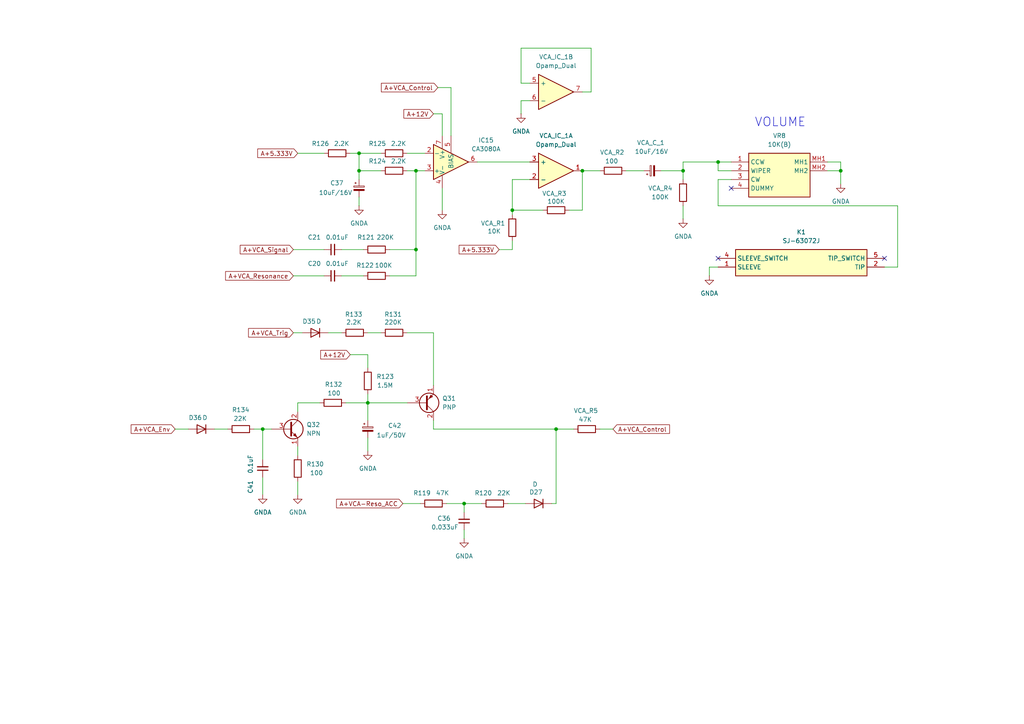
<source format=kicad_sch>
(kicad_sch (version 20231120) (generator "eeschema") (generator_version "8.0")
  (paper "A4")
  (lib_symbols
    (symbol "Amplifier_Operational:CA3080A" (pin_names (offset 0.127))
      (property "Reference" "U" (at 1.27 3.81 0))
      (property "Value" "CA3080A" (at 1.27 -3.81 0))
      (symbol "CA3080A_0_1"
        (polyline (pts (xy 5.08 0) (xy -5.08 -5.08) (xy -5.08 5.08) (xy 5.08 0)) (stroke (width 0.254)) (fill (type background)))
      )
      (symbol "CA3080A_1_1"
        (pin no_connect line (at -2.54 2.54 270) (length 2.54) hide (name "NC") (number "1"))
        (pin input line (at -7.62 2.54 0) (length 2.54) (name "-") (number "2"))
        (pin input line (at -7.62 -2.54 0) (length 2.54) (name "+") (number "3"))
        (pin power_in line (at -2.54 -7.62 90) (length 3.81) (name "V-") (number "4"))
        (pin passive line (at 0 7.62 270) (length 5.08) (name "BIAS") (number "5"))
        (pin output line (at 7.62 0 180) (length 2.54) (name "~") (number "6"))
        (pin power_in line (at -2.54 7.62 270) (length 3.81) (name "V+") (number "7"))
        (pin no_connect line (at 0 2.54 270) (length 2.54) hide (name "NC") (number "8"))
      )
    )
    (symbol "Device:C_Polarized_Small" (pin_numbers hide) (pin_names (offset 0.254) hide)
      (property "Reference" "C" (at 0.254 1.778 0))
      (property "Value" "C_Polarized_Small" (at 0.254 -2.032 0))
      (symbol "C_Polarized_Small_0_1"
        (rectangle (start -1.524 -0.3048) (end 1.524 -0.6858) (fill (type outline)))
        (rectangle (start -1.524 0.6858) (end 1.524 0.3048))
        (polyline (pts (xy -1.27 1.524) (xy -0.762 1.524)))
        (polyline (pts (xy -1.016 1.27) (xy -1.016 1.778)))
      )
      (symbol "C_Polarized_Small_1_1"
        (pin passive line (at 0 2.54 270) (length 1.8542) (name "~") (number "1"))
        (pin passive line (at 0 -2.54 90) (length 1.8542) (name "~") (number "2"))
      )
    )
    (symbol "Device:C_Small" (pin_numbers hide) (pin_names (offset 0.254) hide)
      (property "Reference" "C" (at 0.254 1.778 0))
      (property "Value" "C_Small" (at 0.254 -2.032 0))
      (symbol "C_Small_0_1"
        (polyline (pts (xy -1.524 -0.508) (xy 1.524 -0.508)) (stroke (width 0.3302)))
        (polyline (pts (xy -1.524 0.508) (xy 1.524 0.508)) (stroke (width 0.3048)))
      )
      (symbol "C_Small_1_1"
        (pin passive line (at 0 2.54 270) (length 2.032) (name "~") (number "1"))
        (pin passive line (at 0 -2.54 90) (length 2.032) (name "~") (number "2"))
      )
    )
    (symbol "Device:D" (pin_numbers hide) (pin_names (offset 1.016) hide)
      (property "Reference" "D" (at 0 2.54 0))
      (property "Value" "D" (at 0 -2.54 0))
      (symbol "D_0_1"
        (polyline (pts (xy -1.27 1.27) (xy -1.27 -1.27)) (stroke (width 0.254)))
        (polyline (pts (xy 1.27 0) (xy -1.27 0)))
        (polyline (pts (xy 1.27 1.27) (xy 1.27 -1.27) (xy -1.27 0) (xy 1.27 1.27)) (stroke (width 0.254)))
      )
      (symbol "D_1_1"
        (pin passive line (at -3.81 0 0) (length 2.54) (name "K") (number "1"))
        (pin passive line (at 3.81 0 180) (length 2.54) (name "A") (number "2"))
      )
    )
    (symbol "Device:Opamp_Dual"
      (property "Reference" "U" (at 0 5.08 0))
      (property "Value" "Opamp_Dual" (at 0 -5.08 0))
      (symbol "Opamp_Dual_1_1"
        (polyline (pts (xy -5.08 5.08) (xy 5.08 0) (xy -5.08 -5.08) (xy -5.08 5.08)) (stroke (width 0.254)) (fill (type background)))
        (pin output line (at 7.62 0 180) (length 2.54) (name "~") (number "1"))
        (pin input line (at -7.62 -2.54 0) (length 2.54) (name "-") (number "2"))
        (pin input line (at -7.62 2.54 0) (length 2.54) (name "+") (number "3"))
      )
      (symbol "Opamp_Dual_2_1"
        (polyline (pts (xy -5.08 5.08) (xy 5.08 0) (xy -5.08 -5.08) (xy -5.08 5.08)) (stroke (width 0.254)) (fill (type background)))
        (pin input line (at -7.62 2.54 0) (length 2.54) (name "+") (number "5"))
        (pin input line (at -7.62 -2.54 0) (length 2.54) (name "-") (number "6"))
        (pin output line (at 7.62 0 180) (length 2.54) (name "~") (number "7"))
      )
      (symbol "Opamp_Dual_3_1"
        (pin power_in line (at -2.54 -7.62 90) (length 3.81) (name "V-") (number "4"))
        (pin power_in line (at -2.54 7.62 270) (length 3.81) (name "V+") (number "8"))
      )
    )
    (symbol "Device:Q_NPN_ECB" (pin_names (offset 0) hide)
      (property "Reference" "Q" (at 5.08 1.27 0))
      (property "Value" "Q_NPN_ECB" (at 5.08 -1.27 0))
      (symbol "Q_NPN_ECB_0_1"
        (polyline (pts (xy 0.635 0.635) (xy 2.54 2.54)))
        (polyline (pts (xy 0.635 -0.635) (xy 2.54 -2.54) (xy 2.54 -2.54)))
        (polyline (pts (xy 0.635 1.905) (xy 0.635 -1.905) (xy 0.635 -1.905)) (stroke (width 0.508)))
        (polyline (pts (xy 1.27 -1.778) (xy 1.778 -1.27) (xy 2.286 -2.286) (xy 1.27 -1.778) (xy 1.27 -1.778)) (fill (type outline)))
        (circle (center 1.27 0) (radius 2.8194) (stroke (width 0.254)))
      )
      (symbol "Q_NPN_ECB_1_1"
        (pin passive line (at 2.54 -5.08 90) (length 2.54) (name "E") (number "1"))
        (pin passive line (at 2.54 5.08 270) (length 2.54) (name "C") (number "2"))
        (pin passive line (at -5.08 0 0) (length 5.715) (name "B") (number "3"))
      )
    )
    (symbol "Device:Q_PNP_ECB" (pin_names (offset 0) hide)
      (property "Reference" "Q" (at 5.08 1.27 0))
      (property "Value" "Q_PNP_ECB" (at 5.08 -1.27 0))
      (symbol "Q_PNP_ECB_0_1"
        (polyline (pts (xy 0.635 0.635) (xy 2.54 2.54)))
        (polyline (pts (xy 0.635 -0.635) (xy 2.54 -2.54) (xy 2.54 -2.54)))
        (polyline (pts (xy 0.635 1.905) (xy 0.635 -1.905) (xy 0.635 -1.905)) (stroke (width 0.508)))
        (polyline (pts (xy 2.286 -1.778) (xy 1.778 -2.286) (xy 1.27 -1.27) (xy 2.286 -1.778) (xy 2.286 -1.778)) (fill (type outline)))
        (circle (center 1.27 0) (radius 2.8194) (stroke (width 0.254)))
      )
      (symbol "Q_PNP_ECB_1_1"
        (pin passive line (at 2.54 -5.08 90) (length 2.54) (name "E") (number "1"))
        (pin passive line (at 2.54 5.08 270) (length 2.54) (name "C") (number "2"))
        (pin input line (at -5.08 0 0) (length 5.715) (name "B") (number "3"))
      )
    )
    (symbol "Device:R" (pin_numbers hide) (pin_names (offset 0))
      (property "Reference" "R" (at 2.032 0 90))
      (property "Value" "R" (at 0 0 90))
      (symbol "R_0_1"
        (rectangle (start -1.016 -2.54) (end 1.016 2.54) (stroke (width 0.254)))
      )
      (symbol "R_1_1"
        (pin passive line (at 0 3.81 270) (length 1.27) (name "~") (number "1"))
        (pin passive line (at 0 -3.81 90) (length 1.27) (name "~") (number "2"))
      )
    )
    (symbol "SamacSys_Parts:PTV111-3420A-A103"
      (property "Reference" "VR" (at 24.13 7.62 0))
      (property "Value" "PTV111-3420A-A103" (at 24.13 5.08 0))
      (symbol "PTV111-3420A-A103_1_1"
        (rectangle (start 5.08 2.54) (end 22.86 -10.16) (stroke (width 0.254)) (fill (type background)))
        (pin passive line (at 0 0 0) (length 5.08) (name "CCW") (number "1"))
        (pin passive line (at 0 -2.54 0) (length 5.08) (name "WIPER") (number "2"))
        (pin passive line (at 0 -5.08 0) (length 5.08) (name "CW") (number "3"))
        (pin passive line (at 0 -7.62 0) (length 5.08) (name "DUMMY") (number "4"))
        (pin passive line (at 27.94 0 180) (length 5.08) (name "MH1") (number "MH1"))
        (pin passive line (at 27.94 -2.54 180) (length 5.08) (name "MH2") (number "MH2"))
      )
    )
    (symbol "SamacSys_Parts:SJ-63072J"
      (property "Reference" "K" (at 44.45 7.62 0))
      (property "Value" "SJ-63072J" (at 44.45 5.08 0))
      (symbol "SJ-63072J_1_1"
        (rectangle (start 5.08 2.54) (end 43.18 -5.08) (stroke (width 0.254)) (fill (type background)))
        (pin passive line (at 0 -2.54 0) (length 5.08) (name "SLEEVE") (number "1"))
        (pin passive line (at 48.26 -2.54 180) (length 5.08) (name "TIP") (number "2"))
        (pin passive line (at 0 0 0) (length 5.08) (name "SLEEVE_SWITCH") (number "4"))
        (pin passive line (at 48.26 0 180) (length 5.08) (name "TIP_SWITCH") (number "5"))
      )
    )
    (symbol "power:GNDA" (power) (pin_numbers hide) (pin_names (offset 0) hide)
      (property "Value" "GNDA" (at 0 -3.81 0))
      (symbol "GNDA_0_1"
        (polyline (pts (xy 0 0) (xy 0 -1.27) (xy 1.27 -1.27) (xy 0 -2.54) (xy -1.27 -1.27) (xy 0 -1.27)))
      )
      (symbol "GNDA_1_1"
        (pin power_in line (at 0 0 270) (length 0) (name "~") (number "1"))
      )
    )
  )
  (junction (at 104.14 49.53))
  (junction (at 198.12 49.53))
  (junction (at 161.29 124.46))
  (junction (at 120.65 72.39))
  (junction (at 106.68 116.84))
  (junction (at 104.14 44.45))
  (junction (at 168.91 49.53))
  (junction (at 243.84 49.53))
  (junction (at 148.59 60.96))
  (junction (at 208.28 46.99))
  (junction (at 76.2 124.46))
  (junction (at 120.65 49.53))
  (junction (at 134.62 146.05))
  (no_connect (at 208.28 74.93))
  (no_connect (at 256.54 74.93))
  (no_connect (at 212.09 54.61))
  (wire (pts (xy 99.06 80.01) (xy 105.41 80.01)))
  (wire (pts (xy 106.68 96.52) (xy 110.49 96.52)))
  (wire (pts (xy 168.91 49.53) (xy 168.91 60.96)))
  (wire (pts (xy 106.68 102.87) (xy 106.68 106.68)))
  (wire (pts (xy 106.68 116.84) (xy 106.68 114.3)))
  (wire (pts (xy 118.11 116.84) (xy 106.68 116.84)))
  (wire (pts (xy 86.36 139.7) (xy 86.36 143.51)))
  (wire (pts (xy 161.29 124.46) (xy 161.29 146.05)))
  (wire (pts (xy 208.28 49.53) (xy 208.28 46.99)))
  (wire (pts (xy 144.78 72.39) (xy 148.59 72.39)))
  (wire (pts (xy 151.13 24.13) (xy 151.13 13.97)))
  (wire (pts (xy 104.14 44.45) (xy 110.49 44.45)))
  (wire (pts (xy 128.27 54.61) (xy 128.27 60.96)))
  (wire (pts (xy 76.2 124.46) (xy 78.74 124.46)))
  (wire (pts (xy 120.65 80.01) (xy 120.65 72.39)))
  (wire (pts (xy 86.36 129.54) (xy 86.36 132.08)))
  (wire (pts (xy 134.62 146.05) (xy 134.62 148.59)))
  (wire (pts (xy 153.67 29.21) (xy 151.13 29.21)))
  (wire (pts (xy 198.12 46.99) (xy 198.12 49.53)))
  (wire (pts (xy 85.09 80.01) (xy 93.98 80.01)))
  (wire (pts (xy 191.77 49.53) (xy 198.12 49.53)))
  (wire (pts (xy 101.6 102.87) (xy 106.68 102.87)))
  (wire (pts (xy 120.65 49.53) (xy 123.19 49.53)))
  (wire (pts (xy 208.28 77.47) (xy 205.74 77.47)))
  (wire (pts (xy 168.91 60.96) (xy 165.1 60.96)))
  (wire (pts (xy 151.13 13.97) (xy 171.45 13.97)))
  (wire (pts (xy 104.14 57.15) (xy 104.14 59.69)))
  (wire (pts (xy 128.27 33.02) (xy 128.27 39.37)))
  (wire (pts (xy 240.03 49.53) (xy 243.84 49.53)))
  (wire (pts (xy 198.12 49.53) (xy 198.12 52.07)))
  (wire (pts (xy 256.54 77.47) (xy 260.35 77.47)))
  (wire (pts (xy 260.35 77.47) (xy 260.35 59.69)))
  (wire (pts (xy 101.6 44.45) (xy 104.14 44.45)))
  (wire (pts (xy 173.99 124.46) (xy 177.8 124.46)))
  (wire (pts (xy 134.62 146.05) (xy 139.7 146.05)))
  (wire (pts (xy 212.09 46.99) (xy 208.28 46.99)))
  (wire (pts (xy 106.68 127) (xy 106.68 130.81)))
  (wire (pts (xy 125.73 121.92) (xy 125.73 124.46)))
  (wire (pts (xy 95.25 96.52) (xy 99.06 96.52)))
  (wire (pts (xy 208.28 46.99) (xy 198.12 46.99)))
  (wire (pts (xy 243.84 49.53) (xy 243.84 53.34)))
  (wire (pts (xy 125.73 124.46) (xy 161.29 124.46)))
  (wire (pts (xy 100.33 116.84) (xy 106.68 116.84)))
  (wire (pts (xy 157.48 60.96) (xy 148.59 60.96)))
  (wire (pts (xy 171.45 13.97) (xy 171.45 26.67)))
  (wire (pts (xy 92.71 116.84) (xy 86.36 116.84)))
  (wire (pts (xy 50.8 124.46) (xy 54.61 124.46)))
  (wire (pts (xy 240.03 46.99) (xy 243.84 46.99)))
  (wire (pts (xy 129.54 146.05) (xy 134.62 146.05)))
  (wire (pts (xy 125.73 33.02) (xy 128.27 33.02)))
  (wire (pts (xy 171.45 26.67) (xy 168.91 26.67)))
  (wire (pts (xy 208.28 52.07) (xy 212.09 52.07)))
  (wire (pts (xy 212.09 49.53) (xy 208.28 49.53)))
  (wire (pts (xy 76.2 138.43) (xy 76.2 143.51)))
  (wire (pts (xy 148.59 52.07) (xy 153.67 52.07)))
  (wire (pts (xy 116.84 146.05) (xy 121.92 146.05)))
  (wire (pts (xy 85.09 72.39) (xy 93.98 72.39)))
  (wire (pts (xy 205.74 77.47) (xy 205.74 80.01)))
  (wire (pts (xy 85.09 96.52) (xy 87.63 96.52)))
  (wire (pts (xy 243.84 46.99) (xy 243.84 49.53)))
  (wire (pts (xy 118.11 49.53) (xy 120.65 49.53)))
  (wire (pts (xy 118.11 96.52) (xy 125.73 96.52)))
  (wire (pts (xy 104.14 49.53) (xy 104.14 44.45)))
  (wire (pts (xy 134.62 153.67) (xy 134.62 156.21)))
  (wire (pts (xy 113.03 80.01) (xy 120.65 80.01)))
  (wire (pts (xy 147.32 146.05) (xy 152.4 146.05)))
  (wire (pts (xy 104.14 49.53) (xy 104.14 52.07)))
  (wire (pts (xy 110.49 49.53) (xy 104.14 49.53)))
  (wire (pts (xy 260.35 59.69) (xy 208.28 59.69)))
  (wire (pts (xy 153.67 24.13) (xy 151.13 24.13)))
  (wire (pts (xy 138.43 46.99) (xy 153.67 46.99)))
  (wire (pts (xy 181.61 49.53) (xy 186.69 49.53)))
  (wire (pts (xy 113.03 72.39) (xy 120.65 72.39)))
  (wire (pts (xy 73.66 124.46) (xy 76.2 124.46)))
  (wire (pts (xy 160.02 146.05) (xy 161.29 146.05)))
  (wire (pts (xy 76.2 133.35) (xy 76.2 124.46)))
  (wire (pts (xy 106.68 116.84) (xy 106.68 121.92)))
  (wire (pts (xy 148.59 60.96) (xy 148.59 52.07)))
  (wire (pts (xy 168.91 49.53) (xy 173.99 49.53)))
  (wire (pts (xy 86.36 116.84) (xy 86.36 119.38)))
  (wire (pts (xy 130.81 25.4) (xy 130.81 39.37)))
  (wire (pts (xy 120.65 72.39) (xy 120.65 49.53)))
  (wire (pts (xy 127 25.4) (xy 130.81 25.4)))
  (wire (pts (xy 208.28 59.69) (xy 208.28 52.07)))
  (wire (pts (xy 198.12 59.69) (xy 198.12 63.5)))
  (wire (pts (xy 99.06 72.39) (xy 105.41 72.39)))
  (wire (pts (xy 148.59 60.96) (xy 148.59 62.23)))
  (wire (pts (xy 151.13 29.21) (xy 151.13 33.02)))
  (wire (pts (xy 125.73 96.52) (xy 125.73 111.76)))
  (wire (pts (xy 118.11 44.45) (xy 123.19 44.45)))
  (wire (pts (xy 161.29 124.46) (xy 166.37 124.46)))
  (wire (pts (xy 148.59 72.39) (xy 148.59 69.85)))
  (wire (pts (xy 62.23 124.46) (xy 66.04 124.46)))
  (wire (pts (xy 86.36 44.45) (xy 93.98 44.45)))
  (text "VOLUME" (at 226.314 35.56 0) (effects (font (size 2.54 2.54))))
  (global_label "A+VCA_Control" (shape input) (at 127 25.4 180) (property "Intersheetrefs" "${INTERSHEET_REFS}" (effects (hide yes))))
  (global_label "A+5.333V" (shape input) (at 86.36 44.45 180) (property "Intersheetrefs" "${INTERSHEET_REFS}" (effects (hide yes))))
  (global_label "A+VCA_Signal" (shape input) (at 85.09 72.39 180) (property "Intersheetrefs" "${INTERSHEET_REFS}" (effects (hide yes))))
  (global_label "A+VCA-Reso_ACC" (shape input) (at 116.84 146.05 180) (property "Intersheetrefs" "${INTERSHEET_REFS}" (effects (hide yes))))
  (global_label "A+VCA_Env" (shape input) (at 50.8 124.46 180) (property "Intersheetrefs" "${INTERSHEET_REFS}" (effects (hide yes))))
  (global_label "A+VCA_Resonance" (shape input) (at 85.09 80.01 180) (property "Intersheetrefs" "${INTERSHEET_REFS}" (effects (hide yes))))
  (global_label "A+12V" (shape input) (at 101.6 102.87 180) (property "Intersheetrefs" "${INTERSHEET_REFS}" (effects (hide yes))))
  (global_label "A+12V" (shape input) (at 125.73 33.02 180) (property "Intersheetrefs" "${INTERSHEET_REFS}" (effects (hide yes))))
  (global_label "A+VCA_Control" (shape input) (at 177.8 124.46 0) (property "Intersheetrefs" "${INTERSHEET_REFS}" (effects (hide yes))))
  (global_label "A+5.333V" (shape input) (at 144.78 72.39 180) (property "Intersheetrefs" "${INTERSHEET_REFS}" (effects (hide yes))))
  (global_label "A+VCA_Trig" (shape input) (at 85.09 96.52 180) (property "Intersheetrefs" "${INTERSHEET_REFS}" (effects (hide yes))))
  (symbol (lib_id "power:GNDA") (at 106.68 130.81 0) (unit 1)
    (property "Reference" "#PWR045" (effects (hide yes)))
    (property "Value" "GNDA" (at 106.68 135.89 0))
    (property "Description" "Power symbol creates a global label with name \"GNDA\" , analog ground" (effects (hide yes)))
  )
  (symbol (lib_id "Device:R") (at 109.22 72.39 270) (unit 1)
    (property "Reference" "R121" (at 108.712 68.834 90) (effects (justify right)))
    (property "Value" "220K" (at 114.3 68.834 90) (effects (justify right)))
    (property "Footprint" "Resistor_THT:R_Axial_DIN0207_L6.3mm_D2.5mm_P2.54mm_Vertical" (effects (hide yes)))
    (property "Description" "Resistor" (effects (hide yes)))
  )
  (symbol (lib_id "power:GNDA") (at 76.2 143.51 0) (unit 1)
    (property "Reference" "#PWR047" (effects (hide yes)))
    (property "Value" "GNDA" (at 76.2 148.59 0))
    (property "Description" "Power symbol creates a global label with name \"GNDA\" , analog ground" (effects (hide yes)))
  )
  (symbol (lib_id "Amplifier_Operational:CA3080A") (at 130.81 46.99 0) (unit 1)
    (property "Reference" "IC15" (at 140.97 40.6714 0))
    (property "Value" "CA3080A" (at 140.97 43.2114 0))
    (property "Footprint" "Package_DIP:DIP-8_W7.62mm" (effects (hide yes)))
    (property "Datasheet" "http://www.intersil.com/content/dam/Intersil/documents/ca30/ca3080-a.pdf" (effects (hide yes)))
    (property "Description" "2MHz, Operational Transconductance Amplifier (OTA), gM spread 1.6:1, DIP-8/SOIC-8" (effects (hide yes)))
  )
  (symbol (lib_id "Device:C_Polarized_Small") (at 106.68 124.46 0) (unit 1)
    (property "Reference" "C42" (at 112.522 123.444 0) (effects (justify left)))
    (property "Value" "1uF/50V" (at 109.22 126.238 0) (effects (justify left)))
    (property "Footprint" "Capacitor_THT:CP_Radial_D6.3mm_P2.50mm" (effects (hide yes)))
    (property "Description" "Polarized capacitor, small symbol" (effects (hide yes)))
  )
  (symbol (lib_id "Device:R") (at 109.22 80.01 270) (unit 1)
    (property "Reference" "R122" (at 108.458 76.962 90) (effects (justify right)))
    (property "Value" "100K" (at 113.792 76.962 90) (effects (justify right)))
    (property "Footprint" "Resistor_THT:R_Axial_DIN0207_L6.3mm_D2.5mm_P2.54mm_Vertical" (effects (hide yes)))
    (property "Description" "Resistor" (effects (hide yes)))
  )
  (symbol (lib_id "Device:R") (at 114.3 96.52 270) (unit 1)
    (property "Reference" "R131" (at 116.586 91.186 90) (effects (justify right)))
    (property "Value" "220K" (at 116.586 93.472 90) (effects (justify right)))
    (property "Footprint" "Resistor_THT:R_Axial_DIN0207_L6.3mm_D2.5mm_P2.54mm_Vertical" (effects (hide yes)))
    (property "Description" "Resistor" (effects (hide yes)))
  )
  (symbol (lib_id "SamacSys_Parts:PTV111-3420A-A103") (at 212.09 46.99 0) (unit 1)
    (property "Reference" "VR8" (at 226.06 39.37 0))
    (property "Value" "10K(B)" (at 226.06 41.91 0))
    (property "Footprint" "SamacSys_Parts:PTV1113420AA103" (effects (hide yes)))
    (property "Datasheet" "https://www.bourns.com/docs/Product-Datasheets/PTVPTT.pdf" (effects (hide yes)))
    (property "Description" "Potentiometers PANEL CONTROL" (effects (hide yes)))
    (property "Height" "27.5" (effects (hide yes)))
    (property "Manufacturer_Name" "Bourns" (effects (hide yes)))
    (property "Manufacturer_Part_Number" "PTV111-3420A-A103" (effects (hide yes)))
    (property "Mouser Part Number" "652-PTV1113420AA103" (effects (hide yes)))
    (property "Mouser Price/Stock" "https://www.mouser.co.uk/ProductDetail/Bourns/PTV111-3420A-A103?qs=Zq5ylnUbLm6%252B83XsyS3Q%252Bw%3D%3D" (effects (hide yes)))
    (property "Arrow Part Number" "PTV111-3420A-A103" (effects (hide yes)))
    (property "Arrow Price/Stock" "https://www.arrow.com/en/products/ptv111-3420a-a103/bourns?region=nac" (effects (hide yes)))
  )
  (symbol (lib_id "Device:R") (at 96.52 116.84 270) (unit 1)
    (property "Reference" "R132" (at 99.314 111.506 90) (effects (justify right)))
    (property "Value" "100" (at 98.806 114.046 90) (effects (justify right)))
    (property "Footprint" "Resistor_THT:R_Axial_DIN0207_L6.3mm_D2.5mm_P2.54mm_Vertical" (effects (hide yes)))
    (property "Description" "Resistor" (effects (hide yes)))
  )
  (symbol (lib_id "power:GNDA") (at 104.14 59.69 0) (unit 1)
    (property "Reference" "#PWR040" (effects (hide yes)))
    (property "Value" "GNDA" (at 104.14 64.77 0))
    (property "Description" "Power symbol creates a global label with name \"GNDA\" , analog ground" (effects (hide yes)))
  )
  (symbol (lib_id "Device:R") (at 69.85 124.46 270) (unit 1)
    (property "Reference" "R134" (at 72.39 118.872 90) (effects (justify right)))
    (property "Value" "22K" (at 71.628 121.412 90) (effects (justify right)))
    (property "Footprint" "Resistor_THT:R_Axial_DIN0207_L6.3mm_D2.5mm_P2.54mm_Vertical" (effects (hide yes)))
    (property "Description" "Resistor" (effects (hide yes)))
  )
  (symbol (lib_id "Device:Q_PNP_ECB") (at 123.19 116.84 0) (mirror x) (unit 1)
    (property "Reference" "Q31" (at 128.27 115.5699 0) (effects (justify left)))
    (property "Value" "PNP" (at 128.27 118.1099 0) (effects (justify left)))
    (property "Footprint" "Package_TO_SOT_THT:TO-92_Inline" (effects (hide yes)))
    (property "Description" "PNP transistor, emitter/collector/base" (effects (hide yes)))
  )
  (symbol (lib_id "Device:R") (at 86.36 135.89 0) (unit 1)
    (property "Reference" "R130" (at 93.98 134.62 0) (effects (justify right)))
    (property "Value" "100" (at 93.726 137.16 0) (effects (justify right)))
    (property "Footprint" "Resistor_THT:R_Axial_DIN0207_L6.3mm_D2.5mm_P2.54mm_Vertical" (effects (hide yes)))
    (property "Description" "Resistor" (effects (hide yes)))
  )
  (symbol (lib_id "Device:C_Polarized_Small") (at 104.14 54.61 0) (unit 1)
    (property "Reference" "C37" (at 95.758 53.086 0) (effects (justify left)))
    (property "Value" "10uF/16V" (at 92.456 55.88 0) (effects (justify left)))
    (property "Footprint" "Capacitor_THT:CP_Radial_D6.3mm_P2.50mm" (effects (hide yes)))
    (property "Description" "Polarized capacitor, small symbol" (effects (hide yes)))
  )
  (symbol (lib_id "Device:R") (at 114.3 44.45 270) (unit 1)
    (property "Reference" "R125" (at 112.014 41.656 90) (effects (justify right)))
    (property "Value" "2.2K" (at 117.856 41.656 90) (effects (justify right)))
    (property "Footprint" "Resistor_THT:R_Axial_DIN0207_L6.3mm_D2.5mm_P2.54mm_Vertical" (effects (hide yes)))
    (property "Description" "Resistor" (effects (hide yes)))
  )
  (symbol (lib_id "Device:D") (at 156.21 146.05 180) (unit 1)
    (property "Reference" "D27" (at 155.448 142.748 0))
    (property "Value" "D" (at 155.194 140.462 0))
    (property "Footprint" "Diode_THT:D_DO-15_P10.16mm_Horizontal" (effects (hide yes)))
    (property "Description" "Diode" (effects (hide yes)))
    (property "Sim.Device" "D" (effects (hide yes)))
    (property "Sim.Pins" "1=K 2=A" (effects (hide yes)))
  )
  (symbol (lib_id "Device:R") (at 102.87 96.52 270) (unit 1)
    (property "Reference" "R133" (at 105.156 91.186 90) (effects (justify right)))
    (property "Value" "2.2K" (at 104.902 93.472 90) (effects (justify right)))
    (property "Footprint" "Resistor_THT:R_Axial_DIN0207_L6.3mm_D2.5mm_P2.54mm_Vertical" (effects (hide yes)))
    (property "Description" "Resistor" (effects (hide yes)))
  )
  (symbol (lib_id "Device:Opamp_Dual") (at 161.29 26.67 0) (unit 2)
    (property "Reference" "VCA_IC_1" (at 161.29 16.51 0))
    (property "Value" "Opamp_Dual" (at 161.29 19.05 0))
    (property "Description" "Dual operational amplifier" (effects (hide yes)))
    (property "Sim.Library" "${KICAD7_SYMBOL_DIR}/Simulation_SPICE.sp" (effects (hide yes)))
    (property "Sim.Name" "kicad_builtin_opamp_dual" (effects (hide yes)))
    (property "Sim.Device" "SUBCKT" (effects (hide yes)))
    (property "Sim.Pins" "1=out1 2=in1- 3=in1+ 4=vee 5=in2+ 6=in2- 7=out2 8=vcc" (effects (hide yes)))
  )
  (symbol (lib_id "Device:R") (at 148.59 66.04 0) (unit 1)
    (property "Reference" "VCA_R1" (at 146.558 64.77 0) (effects (justify right)))
    (property "Value" "10K" (at 145.288 67.056 0) (effects (justify right)))
    (property "Footprint" "Resistor_THT:R_Axial_DIN0207_L6.3mm_D2.5mm_P2.54mm_Vertical" (effects (hide yes)))
    (property "Description" "Resistor" (effects (hide yes)))
  )
  (symbol (lib_id "Device:C_Small") (at 134.62 151.13 180) (unit 1)
    (property "Reference" "C36" (at 128.778 150.368 0))
    (property "Value" "0.033uF" (at 129.032 152.908 0))
    (property "Footprint" "Capacitor_THT:C_Rect_L7.2mm_W2.5mm_P5.00mm_FKS2_FKP2_MKS2_MKP2" (effects (hide yes)))
    (property "Description" "Unpolarized capacitor, small symbol" (effects (hide yes)))
  )
  (symbol (lib_id "power:GNDA") (at 128.27 60.96 0) (unit 1)
    (property "Reference" "#PWR041" (effects (hide yes)))
    (property "Value" "GNDA" (at 128.27 66.04 0))
    (property "Description" "Power symbol creates a global label with name \"GNDA\" , analog ground" (effects (hide yes)))
  )
  (symbol (lib_id "Device:Opamp_Dual") (at 161.29 49.53 0) (unit 1)
    (property "Reference" "VCA_IC_1" (at 161.29 39.37 0))
    (property "Value" "Opamp_Dual" (at 161.29 41.91 0))
    (property "Description" "Dual operational amplifier" (effects (hide yes)))
    (property "Sim.Library" "${KICAD7_SYMBOL_DIR}/Simulation_SPICE.sp" (effects (hide yes)))
    (property "Sim.Name" "kicad_builtin_opamp_dual" (effects (hide yes)))
    (property "Sim.Device" "SUBCKT" (effects (hide yes)))
    (property "Sim.Pins" "1=out1 2=in1- 3=in1+ 4=vee 5=in2+ 6=in2- 7=out2 8=vcc" (effects (hide yes)))
  )
  (symbol (lib_id "power:GNDA") (at 151.13 33.02 0) (unit 1)
    (property "Reference" "#PWR043" (effects (hide yes)))
    (property "Value" "GNDA" (at 151.13 38.1 0))
    (property "Description" "Power symbol creates a global label with name \"GNDA\" , analog ground" (effects (hide yes)))
  )
  (symbol (lib_id "Device:R") (at 125.73 146.05 270) (unit 1)
    (property "Reference" "R119" (at 124.968 143.002 90) (effects (justify right)))
    (property "Value" "47K" (at 130.302 143.002 90) (effects (justify right)))
    (property "Footprint" "Resistor_THT:R_Axial_DIN0207_L6.3mm_D2.5mm_P2.54mm_Vertical" (effects (hide yes)))
    (property "Description" "Resistor" (effects (hide yes)))
  )
  (symbol (lib_id "Device:C_Small") (at 76.2 135.89 180) (unit 1)
    (property "Reference" "C41" (at 72.644 141.2303 90))
    (property "Value" "0.1uF" (at 72.644 134.62 90))
    (property "Footprint" "Capacitor_THT:C_Rect_L7.2mm_W2.5mm_P5.00mm_FKS2_FKP2_MKS2_MKP2" (effects (hide yes)))
    (property "Description" "Unpolarized capacitor, small symbol" (effects (hide yes)))
  )
  (symbol (lib_id "Device:C_Polarized_Small") (at 189.23 49.53 90) (unit 1)
    (property "Reference" "VCA_C_1" (at 192.786 41.402 90) (effects (justify left)))
    (property "Value" "10uF/16V" (at 193.802 43.942 90) (effects (justify left)))
    (property "Footprint" "Capacitor_THT:CP_Radial_D6.3mm_P2.50mm" (effects (hide yes)))
    (property "Description" "Polarized capacitor, small symbol" (effects (hide yes)))
  )
  (symbol (lib_id "power:GNDA") (at 134.62 156.21 0) (unit 1)
    (property "Reference" "#PWR048" (effects (hide yes)))
    (property "Value" "GNDA" (at 134.62 161.29 0))
    (property "Description" "Power symbol creates a global label with name \"GNDA\" , analog ground" (effects (hide yes)))
  )
  (symbol (lib_id "Device:R") (at 97.79 44.45 270) (unit 1)
    (property "Reference" "R126" (at 95.504 41.656 90) (effects (justify right)))
    (property "Value" "2.2K" (at 101.346 41.656 90) (effects (justify right)))
    (property "Footprint" "Resistor_THT:R_Axial_DIN0207_L6.3mm_D2.5mm_P2.54mm_Vertical" (effects (hide yes)))
    (property "Description" "Resistor" (effects (hide yes)))
  )
  (symbol (lib_id "Device:R") (at 106.68 110.49 0) (unit 1)
    (property "Reference" "R123" (at 114.3 109.22 0) (effects (justify right)))
    (property "Value" "1.5M" (at 114.046 111.76 0) (effects (justify right)))
    (property "Footprint" "Resistor_THT:R_Axial_DIN0207_L6.3mm_D2.5mm_P2.54mm_Vertical" (effects (hide yes)))
    (property "Description" "Resistor" (effects (hide yes)))
  )
  (symbol (lib_id "Device:R") (at 143.51 146.05 270) (unit 1)
    (property "Reference" "R120" (at 142.748 143.002 90) (effects (justify right)))
    (property "Value" "22K" (at 148.082 143.002 90) (effects (justify right)))
    (property "Footprint" "Resistor_THT:R_Axial_DIN0207_L6.3mm_D2.5mm_P2.54mm_Vertical" (effects (hide yes)))
    (property "Description" "Resistor" (effects (hide yes)))
  )
  (symbol (lib_id "Device:R") (at 170.18 124.46 270) (unit 1)
    (property "Reference" "VCA_R5" (at 173.482 119.126 90) (effects (justify right)))
    (property "Value" "47K" (at 171.704 121.666 90) (effects (justify right)))
    (property "Footprint" "Resistor_THT:R_Axial_DIN0207_L6.3mm_D2.5mm_P2.54mm_Vertical" (effects (hide yes)))
    (property "Description" "Resistor" (effects (hide yes)))
  )
  (symbol (lib_id "Device:C_Small") (at 96.52 72.39 90) (unit 1)
    (property "Reference" "C21" (at 91.1797 68.834 90))
    (property "Value" "0.01uF" (at 97.79 68.834 90))
    (property "Footprint" "Capacitor_THT:C_Rect_L7.2mm_W2.5mm_P5.00mm_FKS2_FKP2_MKS2_MKP2" (effects (hide yes)))
    (property "Description" "Unpolarized capacitor, small symbol" (effects (hide yes)))
  )
  (symbol (lib_id "power:GNDA") (at 243.84 53.34 0) (unit 1)
    (property "Reference" "#PWR050" (effects (hide yes)))
    (property "Value" "GNDA" (at 243.84 58.42 0))
    (property "Description" "Power symbol creates a global label with name \"GNDA\" , analog ground" (effects (hide yes)))
  )
  (symbol (lib_id "power:GNDA") (at 86.36 143.51 0) (unit 1)
    (property "Reference" "#PWR046" (effects (hide yes)))
    (property "Value" "GNDA" (at 86.36 148.59 0))
    (property "Description" "Power symbol creates a global label with name \"GNDA\" , analog ground" (effects (hide yes)))
  )
  (symbol (lib_id "Device:C_Small") (at 96.52 80.01 90) (unit 1)
    (property "Reference" "C20" (at 91.1797 76.454 90))
    (property "Value" "0.01uF" (at 97.79 76.454 90))
    (property "Footprint" "Capacitor_THT:C_Rect_L7.2mm_W2.5mm_P5.00mm_FKS2_FKP2_MKS2_MKP2" (effects (hide yes)))
    (property "Description" "Unpolarized capacitor, small symbol" (effects (hide yes)))
  )
  (symbol (lib_id "Device:R") (at 177.8 49.53 270) (unit 1)
    (property "Reference" "VCA_R2" (at 181.102 44.196 90) (effects (justify right)))
    (property "Value" "100" (at 179.324 46.736 90) (effects (justify right)))
    (property "Footprint" "Resistor_THT:R_Axial_DIN0207_L6.3mm_D2.5mm_P2.54mm_Vertical" (effects (hide yes)))
    (property "Description" "Resistor" (effects (hide yes)))
  )
  (symbol (lib_id "Device:D") (at 91.44 96.52 180) (unit 1)
    (property "Reference" "D35" (at 89.662 93.218 0))
    (property "Value" "D" (at 92.456 93.218 0))
    (property "Footprint" "Diode_THT:D_DO-15_P10.16mm_Horizontal" (effects (hide yes)))
    (property "Description" "Diode" (effects (hide yes)))
    (property "Sim.Device" "D" (effects (hide yes)))
    (property "Sim.Pins" "1=K 2=A" (effects (hide yes)))
  )
  (symbol (lib_id "power:GNDA") (at 205.74 80.01 0) (unit 1)
    (property "Reference" "#PWR051" (effects (hide yes)))
    (property "Value" "GNDA" (at 205.74 85.09 0))
    (property "Description" "Power symbol creates a global label with name \"GNDA\" , analog ground" (effects (hide yes)))
  )
  (symbol (lib_id "Device:R") (at 114.3 49.53 270) (unit 1)
    (property "Reference" "R124" (at 112.014 46.736 90) (effects (justify right)))
    (property "Value" "2.2K" (at 117.856 46.736 90) (effects (justify right)))
    (property "Footprint" "Resistor_THT:R_Axial_DIN0207_L6.3mm_D2.5mm_P2.54mm_Vertical" (effects (hide yes)))
    (property "Description" "Resistor" (effects (hide yes)))
  )
  (symbol (lib_id "SamacSys_Parts:SJ-63072J") (at 208.28 74.93 0) (unit 1)
    (property "Reference" "K1" (at 232.41 67.31 0))
    (property "Value" "SJ-63072J" (at 232.41 69.85 0))
    (property "Footprint" "SamacSys_Parts:SJ63072J" (effects (hide yes)))
    (property "Datasheet" "https://www.arrow.com/en/products/sj-63072j/cui-devices?region=nac" (effects (hide yes)))
    (property "Description" "Phone Connectors 6.35 mm, Mono and Stereo, Right Angle, Through Hole, 2 3 Conductors, 2 3 Internal Switches, Audio Jack Connector" (effects (hide yes)))
    (property "Height" "15.7" (effects (hide yes)))
    (property "Manufacturer_Name" "CUI Devices" (effects (hide yes)))
    (property "Manufacturer_Part_Number" "SJ-63072J" (effects (hide yes)))
    (property "Mouser Part Number" "490-SJ-63072J" (effects (hide yes)))
    (property "Mouser Price/Stock" "https://www.mouser.co.uk/ProductDetail/CUI-Devices/SJ-63072J?qs=hWgE7mdIu5S5NfHGL0aM5w%3D%3D" (effects (hide yes)))
    (property "Arrow Part Number" "SJ-63072J" (effects (hide yes)))
    (property "Arrow Price/Stock" "https://www.arrow.com/en/products/sj-63072j/cui-devices?region=nac" (effects (hide yes)))
  )
  (symbol (lib_id "Device:D") (at 58.42 124.46 180) (unit 1)
    (property "Reference" "D36" (at 56.642 121.158 0))
    (property "Value" "D" (at 59.436 121.158 0))
    (property "Footprint" "Diode_THT:D_DO-15_P10.16mm_Horizontal" (effects (hide yes)))
    (property "Description" "Diode" (effects (hide yes)))
    (property "Sim.Device" "D" (effects (hide yes)))
    (property "Sim.Pins" "1=K 2=A" (effects (hide yes)))
  )
  (symbol (lib_id "Device:R") (at 198.12 55.88 0) (unit 1)
    (property "Reference" "VCA_R4" (at 195.072 54.61 0) (effects (justify right)))
    (property "Value" "100K" (at 194.056 57.15 0) (effects (justify right)))
    (property "Footprint" "Resistor_THT:R_Axial_DIN0207_L6.3mm_D2.5mm_P2.54mm_Vertical" (effects (hide yes)))
    (property "Description" "Resistor" (effects (hide yes)))
  )
  (symbol (lib_id "Device:R") (at 161.29 60.96 270) (unit 1)
    (property "Reference" "VCA_R3" (at 164.338 56.134 90) (effects (justify right)))
    (property "Value" "100K" (at 163.83 58.42 90) (effects (justify right)))
    (property "Footprint" "Resistor_THT:R_Axial_DIN0207_L6.3mm_D2.5mm_P2.54mm_Vertical" (effects (hide yes)))
    (property "Description" "Resistor" (effects (hide yes)))
  )
  (symbol (lib_id "power:GNDA") (at 198.12 63.5 0) (unit 1)
    (property "Reference" "#PWR044" (effects (hide yes)))
    (property "Value" "GNDA" (at 198.12 68.58 0))
    (property "Description" "Power symbol creates a global label with name \"GNDA\" , analog ground" (effects (hide yes)))
  )
  (symbol (lib_id "Device:Q_NPN_ECB") (at 83.82 124.46 0) (unit 1)
    (property "Reference" "Q32" (at 88.9 123.1899 0) (effects (justify left)))
    (property "Value" "NPN" (at 88.9 125.7299 0) (effects (justify left)))
    (property "Footprint" "Package_TO_SOT_THT:TO-92_Inline" (effects (hide yes)))
    (property "Description" "NPN transistor, emitter/collector/base" (effects (hide yes)))
  )
)
</source>
